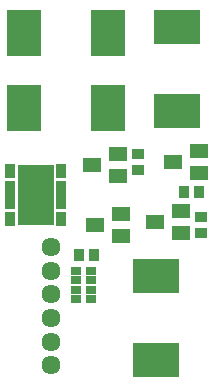
<source format=gts>
G75*
G70*
%OFA0B0*%
%FSLAX24Y24*%
%IPPOS*%
%LPD*%
%AMOC8*
5,1,8,0,0,1.08239X$1,22.5*
%
%ADD10R,0.1180X0.1580*%
%ADD11R,0.1580X0.1180*%
%ADD12R,0.0631X0.0474*%
%ADD13R,0.0434X0.0356*%
%ADD14R,0.0356X0.0434*%
%ADD15R,0.1222X0.2049*%
%ADD16R,0.0356X0.0474*%
%ADD17C,0.0635*%
%ADD18R,0.0336X0.0277*%
D10*
X001480Y009680D03*
X001480Y012180D03*
X004290Y012180D03*
X004290Y009680D03*
D11*
X006580Y009570D03*
X006580Y012380D03*
X005880Y004090D03*
X005880Y001280D03*
D12*
X004713Y005406D03*
X004713Y006154D03*
X004613Y007406D03*
X004613Y008154D03*
X003747Y007780D03*
X003847Y005780D03*
X005847Y005880D03*
X006713Y005506D03*
X006713Y006254D03*
X007313Y007506D03*
X007313Y008254D03*
X006447Y007880D03*
D13*
X005280Y007624D03*
X005280Y008136D03*
X007380Y006036D03*
X007380Y005524D03*
D14*
X007336Y006880D03*
X006824Y006880D03*
X003836Y004780D03*
X003324Y004780D03*
D15*
X001880Y006780D03*
D16*
X001034Y006544D03*
X001034Y007016D03*
X001034Y007567D03*
X001034Y005993D03*
X002726Y005993D03*
X002726Y006544D03*
X002726Y007016D03*
X002726Y007567D03*
D17*
X002389Y001111D03*
X002389Y001899D03*
X002389Y002686D03*
X002389Y003474D03*
X002389Y004261D03*
X002389Y005049D03*
D18*
X003234Y004252D03*
X003234Y003937D03*
X003234Y003623D03*
X003234Y003308D03*
X003726Y003308D03*
X003726Y003623D03*
X003726Y003937D03*
X003726Y004252D03*
M02*

</source>
